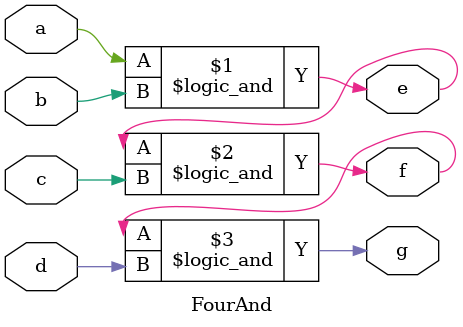
<source format=v>
`timescale 1ns / 1ps


module FourAnd(
    input a,b,c,d,
    output e,f,g
    );
    
assign e = a&&b;
assign f = e&&c;
assign g = f&&d;

endmodule

</source>
